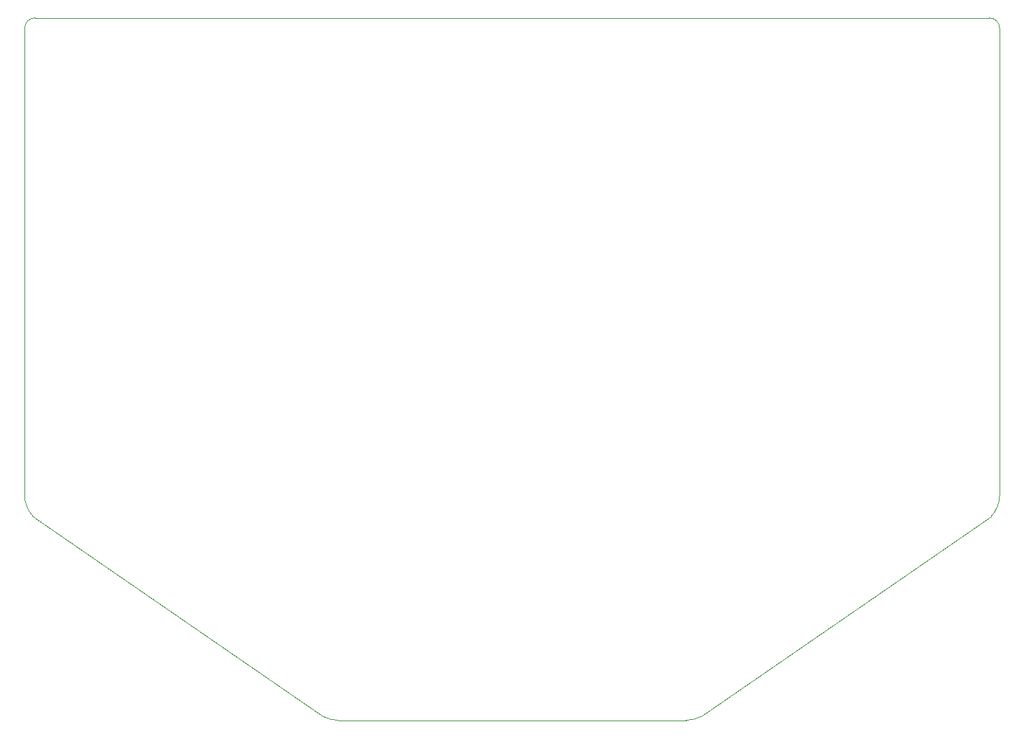
<source format=gbr>
%TF.GenerationSoftware,KiCad,Pcbnew,5.1.7-a382d34a8~87~ubuntu20.04.1*%
%TF.CreationDate,2020-10-18T23:33:31-03:00*%
%TF.ProjectId,cronometro-conta-para-zera,63726f6e-6f6d-4657-9472-6f2d636f6e74,rev?*%
%TF.SameCoordinates,Original*%
%TF.FileFunction,Profile,NP*%
%FSLAX46Y46*%
G04 Gerber Fmt 4.6, Leading zero omitted, Abs format (unit mm)*
G04 Created by KiCad (PCBNEW 5.1.7-a382d34a8~87~ubuntu20.04.1) date 2020-10-18 23:33:31*
%MOMM*%
%LPD*%
G01*
G04 APERTURE LIST*
%TA.AperFunction,Profile*%
%ADD10C,0.050000*%
%TD*%
G04 APERTURE END LIST*
D10*
X163137519Y-108748728D02*
G75*
G03*
X164973000Y-109220000I1835481J3338728D01*
G01*
X208971728Y-108748208D02*
G75*
G02*
X207136418Y-109219385I-1835310J3338823D01*
G01*
X244068600Y-84531200D02*
G75*
G03*
X245110351Y-81913397I-2768249J2617803D01*
G01*
X128040785Y-84531782D02*
G75*
G02*
X127000000Y-81915000I2769215J2616782D01*
G01*
X243840000Y-24130000D02*
G75*
G02*
X245110000Y-25400000I0J-1270000D01*
G01*
X127000000Y-25400000D02*
G75*
G02*
X128270000Y-24130000I1270000J0D01*
G01*
X244068600Y-84531200D02*
X208971728Y-108748208D01*
X163137519Y-108748728D02*
X128040785Y-84531782D01*
X127000000Y-81915000D02*
X127000000Y-25400000D01*
X207136418Y-109219385D02*
X164973000Y-109220000D01*
X245110000Y-25400000D02*
X245110351Y-81913397D01*
X128270000Y-24130000D02*
X243840000Y-24130000D01*
M02*

</source>
